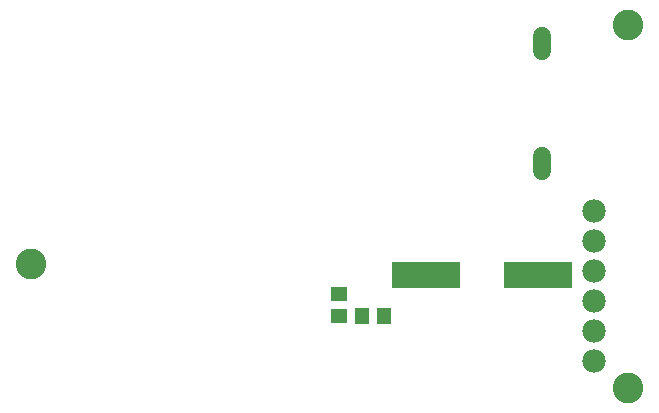
<source format=gts>
G75*
G70*
%OFA0B0*%
%FSLAX24Y24*%
%IPPOS*%
%LPD*%
%AMOC8*
5,1,8,0,0,1.08239X$1,22.5*
%
%ADD10C,0.1020*%
%ADD11R,0.0580X0.0480*%
%ADD12R,0.0480X0.0580*%
%ADD13R,0.2280X0.0910*%
%ADD14C,0.0780*%
%ADD15C,0.0595*%
D10*
X002571Y005351D03*
X022481Y001221D03*
X022481Y013331D03*
D11*
X012851Y004351D03*
X012851Y003601D03*
D12*
X013601Y003601D03*
X014351Y003601D03*
D13*
X015731Y004976D03*
X019471Y004976D03*
D14*
X021351Y005101D03*
X021351Y006101D03*
X021351Y007101D03*
X021351Y004101D03*
X021351Y003101D03*
X021351Y002101D03*
D15*
X019601Y008438D02*
X019601Y008953D01*
X019601Y012438D02*
X019601Y012953D01*
M02*

</source>
